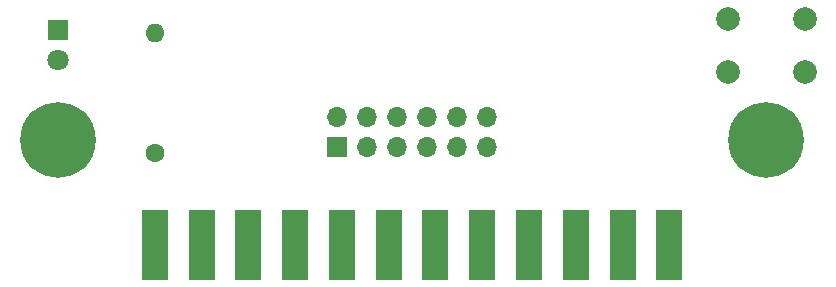
<source format=gbs>
%TF.GenerationSoftware,KiCad,Pcbnew,(6.0.2)*%
%TF.CreationDate,2022-04-04T11:24:22-04:00*%
%TF.ProjectId,xum1541-parallel-adapter,78756d31-3534-4312-9d70-6172616c6c65,1*%
%TF.SameCoordinates,Original*%
%TF.FileFunction,Soldermask,Bot*%
%TF.FilePolarity,Negative*%
%FSLAX46Y46*%
G04 Gerber Fmt 4.6, Leading zero omitted, Abs format (unit mm)*
G04 Created by KiCad (PCBNEW (6.0.2)) date 2022-04-04 11:24:22*
%MOMM*%
%LPD*%
G01*
G04 APERTURE LIST*
%ADD10R,2.200000X6.000000*%
%ADD11C,6.400000*%
%ADD12R,1.700000X1.700000*%
%ADD13O,1.700000X1.700000*%
%ADD14C,1.600000*%
%ADD15O,1.600000X1.600000*%
%ADD16C,2.000000*%
%ADD17R,1.800000X1.800000*%
%ADD18C,1.800000*%
G04 APERTURE END LIST*
D10*
X106681000Y-99018000D03*
X110641000Y-99018000D03*
X114601000Y-99018000D03*
X118561000Y-99018000D03*
X122521000Y-99018000D03*
X126481000Y-99018000D03*
X130441000Y-99018000D03*
X134401000Y-99018000D03*
X138361000Y-99018000D03*
X142321000Y-99018000D03*
X146281000Y-99018000D03*
X150241000Y-99018000D03*
D11*
X158461000Y-90118000D03*
D12*
X122111000Y-90718000D03*
D13*
X122111000Y-88178000D03*
X124651000Y-90718000D03*
X124651000Y-88178000D03*
X127191000Y-90718000D03*
X127191000Y-88178000D03*
X129731000Y-90718000D03*
X129731000Y-88178000D03*
X132271000Y-90718000D03*
X132271000Y-88178000D03*
X134811000Y-90718000D03*
X134811000Y-88178000D03*
D14*
X106681000Y-91253000D03*
D15*
X106681000Y-81093000D03*
D16*
X161711000Y-79868000D03*
X155211000Y-79868000D03*
X161711000Y-84368000D03*
X155211000Y-84368000D03*
D17*
X98461000Y-80843000D03*
D18*
X98461000Y-83383000D03*
D11*
X98461000Y-90118000D03*
M02*

</source>
